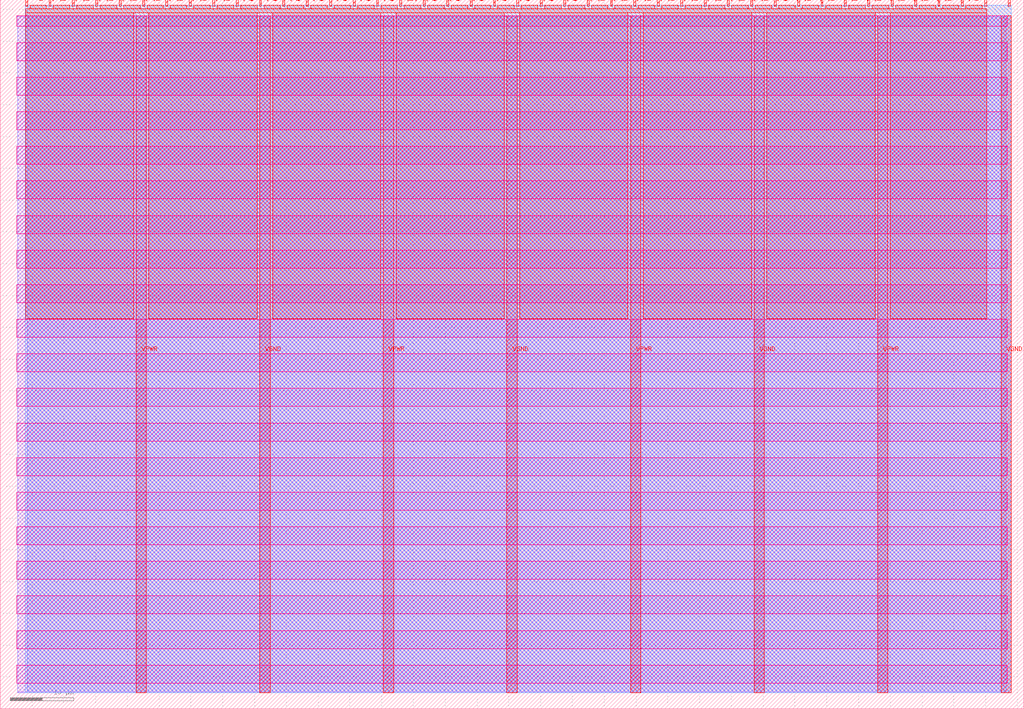
<source format=lef>
VERSION 5.7 ;
  NOWIREEXTENSIONATPIN ON ;
  DIVIDERCHAR "/" ;
  BUSBITCHARS "[]" ;
MACRO tt_um_PS_PWM
  CLASS BLOCK ;
  FOREIGN tt_um_PS_PWM ;
  ORIGIN 0.000 0.000 ;
  SIZE 161.000 BY 111.520 ;
  PIN VGND
    DIRECTION INOUT ;
    USE GROUND ;
    PORT
      LAYER met4 ;
        RECT 40.830 2.480 42.430 109.040 ;
    END
    PORT
      LAYER met4 ;
        RECT 79.700 2.480 81.300 109.040 ;
    END
    PORT
      LAYER met4 ;
        RECT 118.570 2.480 120.170 109.040 ;
    END
    PORT
      LAYER met4 ;
        RECT 157.440 2.480 159.040 109.040 ;
    END
  END VGND
  PIN VPWR
    DIRECTION INOUT ;
    USE POWER ;
    PORT
      LAYER met4 ;
        RECT 21.395 2.480 22.995 109.040 ;
    END
    PORT
      LAYER met4 ;
        RECT 60.265 2.480 61.865 109.040 ;
    END
    PORT
      LAYER met4 ;
        RECT 99.135 2.480 100.735 109.040 ;
    END
    PORT
      LAYER met4 ;
        RECT 138.005 2.480 139.605 109.040 ;
    END
  END VPWR
  PIN clk
    DIRECTION INPUT ;
    USE SIGNAL ;
    ANTENNAGATEAREA 0.159000 ;
    ANTENNADIFFAREA 0.434700 ;
    PORT
      LAYER met4 ;
        RECT 154.870 110.520 155.170 111.520 ;
    END
  END clk
  PIN ena
    DIRECTION INPUT ;
    USE SIGNAL ;
    PORT
      LAYER met4 ;
        RECT 158.550 110.520 158.850 111.520 ;
    END
  END ena
  PIN rst_n
    DIRECTION INPUT ;
    USE SIGNAL ;
    ANTENNAGATEAREA 0.196500 ;
    PORT
      LAYER met4 ;
        RECT 151.190 110.520 151.490 111.520 ;
    END
  END rst_n
  PIN ui_in[0]
    DIRECTION INPUT ;
    USE SIGNAL ;
    ANTENNAGATEAREA 0.196500 ;
    PORT
      LAYER met4 ;
        RECT 147.510 110.520 147.810 111.520 ;
    END
  END ui_in[0]
  PIN ui_in[1]
    DIRECTION INPUT ;
    USE SIGNAL ;
    ANTENNAGATEAREA 0.196500 ;
    PORT
      LAYER met4 ;
        RECT 143.830 110.520 144.130 111.520 ;
    END
  END ui_in[1]
  PIN ui_in[2]
    DIRECTION INPUT ;
    USE SIGNAL ;
    ANTENNAGATEAREA 0.196500 ;
    PORT
      LAYER met4 ;
        RECT 140.150 110.520 140.450 111.520 ;
    END
  END ui_in[2]
  PIN ui_in[3]
    DIRECTION INPUT ;
    USE SIGNAL ;
    ANTENNAGATEAREA 0.196500 ;
    PORT
      LAYER met4 ;
        RECT 136.470 110.520 136.770 111.520 ;
    END
  END ui_in[3]
  PIN ui_in[4]
    DIRECTION INPUT ;
    USE SIGNAL ;
    ANTENNAGATEAREA 0.196500 ;
    PORT
      LAYER met4 ;
        RECT 132.790 110.520 133.090 111.520 ;
    END
  END ui_in[4]
  PIN ui_in[5]
    DIRECTION INPUT ;
    USE SIGNAL ;
    ANTENNAGATEAREA 0.196500 ;
    PORT
      LAYER met4 ;
        RECT 129.110 110.520 129.410 111.520 ;
    END
  END ui_in[5]
  PIN ui_in[6]
    DIRECTION INPUT ;
    USE SIGNAL ;
    ANTENNAGATEAREA 0.196500 ;
    PORT
      LAYER met4 ;
        RECT 125.430 110.520 125.730 111.520 ;
    END
  END ui_in[6]
  PIN ui_in[7]
    DIRECTION INPUT ;
    USE SIGNAL ;
    ANTENNAGATEAREA 0.196500 ;
    PORT
      LAYER met4 ;
        RECT 121.750 110.520 122.050 111.520 ;
    END
  END ui_in[7]
  PIN uio_in[0]
    DIRECTION INPUT ;
    USE SIGNAL ;
    ANTENNAGATEAREA 0.196500 ;
    PORT
      LAYER met4 ;
        RECT 118.070 110.520 118.370 111.520 ;
    END
  END uio_in[0]
  PIN uio_in[1]
    DIRECTION INPUT ;
    USE SIGNAL ;
    ANTENNAGATEAREA 0.196500 ;
    PORT
      LAYER met4 ;
        RECT 114.390 110.520 114.690 111.520 ;
    END
  END uio_in[1]
  PIN uio_in[2]
    DIRECTION INPUT ;
    USE SIGNAL ;
    ANTENNAGATEAREA 0.196500 ;
    PORT
      LAYER met4 ;
        RECT 110.710 110.520 111.010 111.520 ;
    END
  END uio_in[2]
  PIN uio_in[3]
    DIRECTION INPUT ;
    USE SIGNAL ;
    ANTENNAGATEAREA 0.196500 ;
    PORT
      LAYER met4 ;
        RECT 107.030 110.520 107.330 111.520 ;
    END
  END uio_in[3]
  PIN uio_in[4]
    DIRECTION INPUT ;
    USE SIGNAL ;
    ANTENNAGATEAREA 0.196500 ;
    PORT
      LAYER met4 ;
        RECT 103.350 110.520 103.650 111.520 ;
    END
  END uio_in[4]
  PIN uio_in[5]
    DIRECTION INPUT ;
    USE SIGNAL ;
    ANTENNAGATEAREA 0.196500 ;
    PORT
      LAYER met4 ;
        RECT 99.670 110.520 99.970 111.520 ;
    END
  END uio_in[5]
  PIN uio_in[6]
    DIRECTION INPUT ;
    USE SIGNAL ;
    ANTENNAGATEAREA 0.196500 ;
    PORT
      LAYER met4 ;
        RECT 95.990 110.520 96.290 111.520 ;
    END
  END uio_in[6]
  PIN uio_in[7]
    DIRECTION INPUT ;
    USE SIGNAL ;
    PORT
      LAYER met4 ;
        RECT 92.310 110.520 92.610 111.520 ;
    END
  END uio_in[7]
  PIN uio_oe[0]
    DIRECTION OUTPUT TRISTATE ;
    USE SIGNAL ;
    PORT
      LAYER met4 ;
        RECT 29.750 110.520 30.050 111.520 ;
    END
  END uio_oe[0]
  PIN uio_oe[1]
    DIRECTION OUTPUT TRISTATE ;
    USE SIGNAL ;
    PORT
      LAYER met4 ;
        RECT 26.070 110.520 26.370 111.520 ;
    END
  END uio_oe[1]
  PIN uio_oe[2]
    DIRECTION OUTPUT TRISTATE ;
    USE SIGNAL ;
    PORT
      LAYER met4 ;
        RECT 22.390 110.520 22.690 111.520 ;
    END
  END uio_oe[2]
  PIN uio_oe[3]
    DIRECTION OUTPUT TRISTATE ;
    USE SIGNAL ;
    PORT
      LAYER met4 ;
        RECT 18.710 110.520 19.010 111.520 ;
    END
  END uio_oe[3]
  PIN uio_oe[4]
    DIRECTION OUTPUT TRISTATE ;
    USE SIGNAL ;
    PORT
      LAYER met4 ;
        RECT 15.030 110.520 15.330 111.520 ;
    END
  END uio_oe[4]
  PIN uio_oe[5]
    DIRECTION OUTPUT TRISTATE ;
    USE SIGNAL ;
    PORT
      LAYER met4 ;
        RECT 11.350 110.520 11.650 111.520 ;
    END
  END uio_oe[5]
  PIN uio_oe[6]
    DIRECTION OUTPUT TRISTATE ;
    USE SIGNAL ;
    PORT
      LAYER met4 ;
        RECT 7.670 110.520 7.970 111.520 ;
    END
  END uio_oe[6]
  PIN uio_oe[7]
    DIRECTION OUTPUT TRISTATE ;
    USE SIGNAL ;
    PORT
      LAYER met4 ;
        RECT 3.990 110.520 4.290 111.520 ;
    END
  END uio_oe[7]
  PIN uio_out[0]
    DIRECTION OUTPUT TRISTATE ;
    USE SIGNAL ;
    PORT
      LAYER met4 ;
        RECT 59.190 110.520 59.490 111.520 ;
    END
  END uio_out[0]
  PIN uio_out[1]
    DIRECTION OUTPUT TRISTATE ;
    USE SIGNAL ;
    PORT
      LAYER met4 ;
        RECT 55.510 110.520 55.810 111.520 ;
    END
  END uio_out[1]
  PIN uio_out[2]
    DIRECTION OUTPUT TRISTATE ;
    USE SIGNAL ;
    PORT
      LAYER met4 ;
        RECT 51.830 110.520 52.130 111.520 ;
    END
  END uio_out[2]
  PIN uio_out[3]
    DIRECTION OUTPUT TRISTATE ;
    USE SIGNAL ;
    PORT
      LAYER met4 ;
        RECT 48.150 110.520 48.450 111.520 ;
    END
  END uio_out[3]
  PIN uio_out[4]
    DIRECTION OUTPUT TRISTATE ;
    USE SIGNAL ;
    PORT
      LAYER met4 ;
        RECT 44.470 110.520 44.770 111.520 ;
    END
  END uio_out[4]
  PIN uio_out[5]
    DIRECTION OUTPUT TRISTATE ;
    USE SIGNAL ;
    PORT
      LAYER met4 ;
        RECT 40.790 110.520 41.090 111.520 ;
    END
  END uio_out[5]
  PIN uio_out[6]
    DIRECTION OUTPUT TRISTATE ;
    USE SIGNAL ;
    PORT
      LAYER met4 ;
        RECT 37.110 110.520 37.410 111.520 ;
    END
  END uio_out[6]
  PIN uio_out[7]
    DIRECTION OUTPUT TRISTATE ;
    USE SIGNAL ;
    PORT
      LAYER met4 ;
        RECT 33.430 110.520 33.730 111.520 ;
    END
  END uio_out[7]
  PIN uo_out[0]
    DIRECTION OUTPUT TRISTATE ;
    USE SIGNAL ;
    ANTENNADIFFAREA 0.795200 ;
    PORT
      LAYER met4 ;
        RECT 88.630 110.520 88.930 111.520 ;
    END
  END uo_out[0]
  PIN uo_out[1]
    DIRECTION OUTPUT TRISTATE ;
    USE SIGNAL ;
    ANTENNADIFFAREA 0.445500 ;
    PORT
      LAYER met4 ;
        RECT 84.950 110.520 85.250 111.520 ;
    END
  END uo_out[1]
  PIN uo_out[2]
    DIRECTION OUTPUT TRISTATE ;
    USE SIGNAL ;
    ANTENNADIFFAREA 0.445500 ;
    PORT
      LAYER met4 ;
        RECT 81.270 110.520 81.570 111.520 ;
    END
  END uo_out[2]
  PIN uo_out[3]
    DIRECTION OUTPUT TRISTATE ;
    USE SIGNAL ;
    ANTENNADIFFAREA 0.445500 ;
    PORT
      LAYER met4 ;
        RECT 77.590 110.520 77.890 111.520 ;
    END
  END uo_out[3]
  PIN uo_out[4]
    DIRECTION OUTPUT TRISTATE ;
    USE SIGNAL ;
    ANTENNADIFFAREA 0.445500 ;
    PORT
      LAYER met4 ;
        RECT 73.910 110.520 74.210 111.520 ;
    END
  END uo_out[4]
  PIN uo_out[5]
    DIRECTION OUTPUT TRISTATE ;
    USE SIGNAL ;
    PORT
      LAYER met4 ;
        RECT 70.230 110.520 70.530 111.520 ;
    END
  END uo_out[5]
  PIN uo_out[6]
    DIRECTION OUTPUT TRISTATE ;
    USE SIGNAL ;
    PORT
      LAYER met4 ;
        RECT 66.550 110.520 66.850 111.520 ;
    END
  END uo_out[6]
  PIN uo_out[7]
    DIRECTION OUTPUT TRISTATE ;
    USE SIGNAL ;
    PORT
      LAYER met4 ;
        RECT 62.870 110.520 63.170 111.520 ;
    END
  END uo_out[7]
  OBS
      LAYER nwell ;
        RECT 2.570 107.385 158.430 108.990 ;
        RECT 2.570 101.945 158.430 104.775 ;
        RECT 2.570 96.505 158.430 99.335 ;
        RECT 2.570 91.065 158.430 93.895 ;
        RECT 2.570 85.625 158.430 88.455 ;
        RECT 2.570 80.185 158.430 83.015 ;
        RECT 2.570 74.745 158.430 77.575 ;
        RECT 2.570 69.305 158.430 72.135 ;
        RECT 2.570 63.865 158.430 66.695 ;
        RECT 2.570 58.425 158.430 61.255 ;
        RECT 2.570 52.985 158.430 55.815 ;
        RECT 2.570 47.545 158.430 50.375 ;
        RECT 2.570 42.105 158.430 44.935 ;
        RECT 2.570 36.665 158.430 39.495 ;
        RECT 2.570 31.225 158.430 34.055 ;
        RECT 2.570 25.785 158.430 28.615 ;
        RECT 2.570 20.345 158.430 23.175 ;
        RECT 2.570 14.905 158.430 17.735 ;
        RECT 2.570 9.465 158.430 12.295 ;
        RECT 2.570 4.025 158.430 6.855 ;
      LAYER li1 ;
        RECT 2.760 2.635 158.240 108.885 ;
      LAYER met1 ;
        RECT 2.760 2.480 159.040 109.040 ;
      LAYER met2 ;
        RECT 4.230 2.535 159.010 110.685 ;
      LAYER met3 ;
        RECT 3.950 2.555 159.030 110.665 ;
      LAYER met4 ;
        RECT 4.690 110.120 7.270 110.665 ;
        RECT 8.370 110.120 10.950 110.665 ;
        RECT 12.050 110.120 14.630 110.665 ;
        RECT 15.730 110.120 18.310 110.665 ;
        RECT 19.410 110.120 21.990 110.665 ;
        RECT 23.090 110.120 25.670 110.665 ;
        RECT 26.770 110.120 29.350 110.665 ;
        RECT 30.450 110.120 33.030 110.665 ;
        RECT 34.130 110.120 36.710 110.665 ;
        RECT 37.810 110.120 40.390 110.665 ;
        RECT 41.490 110.120 44.070 110.665 ;
        RECT 45.170 110.120 47.750 110.665 ;
        RECT 48.850 110.120 51.430 110.665 ;
        RECT 52.530 110.120 55.110 110.665 ;
        RECT 56.210 110.120 58.790 110.665 ;
        RECT 59.890 110.120 62.470 110.665 ;
        RECT 63.570 110.120 66.150 110.665 ;
        RECT 67.250 110.120 69.830 110.665 ;
        RECT 70.930 110.120 73.510 110.665 ;
        RECT 74.610 110.120 77.190 110.665 ;
        RECT 78.290 110.120 80.870 110.665 ;
        RECT 81.970 110.120 84.550 110.665 ;
        RECT 85.650 110.120 88.230 110.665 ;
        RECT 89.330 110.120 91.910 110.665 ;
        RECT 93.010 110.120 95.590 110.665 ;
        RECT 96.690 110.120 99.270 110.665 ;
        RECT 100.370 110.120 102.950 110.665 ;
        RECT 104.050 110.120 106.630 110.665 ;
        RECT 107.730 110.120 110.310 110.665 ;
        RECT 111.410 110.120 113.990 110.665 ;
        RECT 115.090 110.120 117.670 110.665 ;
        RECT 118.770 110.120 121.350 110.665 ;
        RECT 122.450 110.120 125.030 110.665 ;
        RECT 126.130 110.120 128.710 110.665 ;
        RECT 129.810 110.120 132.390 110.665 ;
        RECT 133.490 110.120 136.070 110.665 ;
        RECT 137.170 110.120 139.750 110.665 ;
        RECT 140.850 110.120 143.430 110.665 ;
        RECT 144.530 110.120 147.110 110.665 ;
        RECT 148.210 110.120 150.790 110.665 ;
        RECT 151.890 110.120 154.470 110.665 ;
        RECT 3.975 109.440 155.185 110.120 ;
        RECT 3.975 61.375 20.995 109.440 ;
        RECT 23.395 61.375 40.430 109.440 ;
        RECT 42.830 61.375 59.865 109.440 ;
        RECT 62.265 61.375 79.300 109.440 ;
        RECT 81.700 61.375 98.735 109.440 ;
        RECT 101.135 61.375 118.170 109.440 ;
        RECT 120.570 61.375 137.605 109.440 ;
        RECT 140.005 61.375 155.185 109.440 ;
  END
END tt_um_PS_PWM
END LIBRARY


</source>
